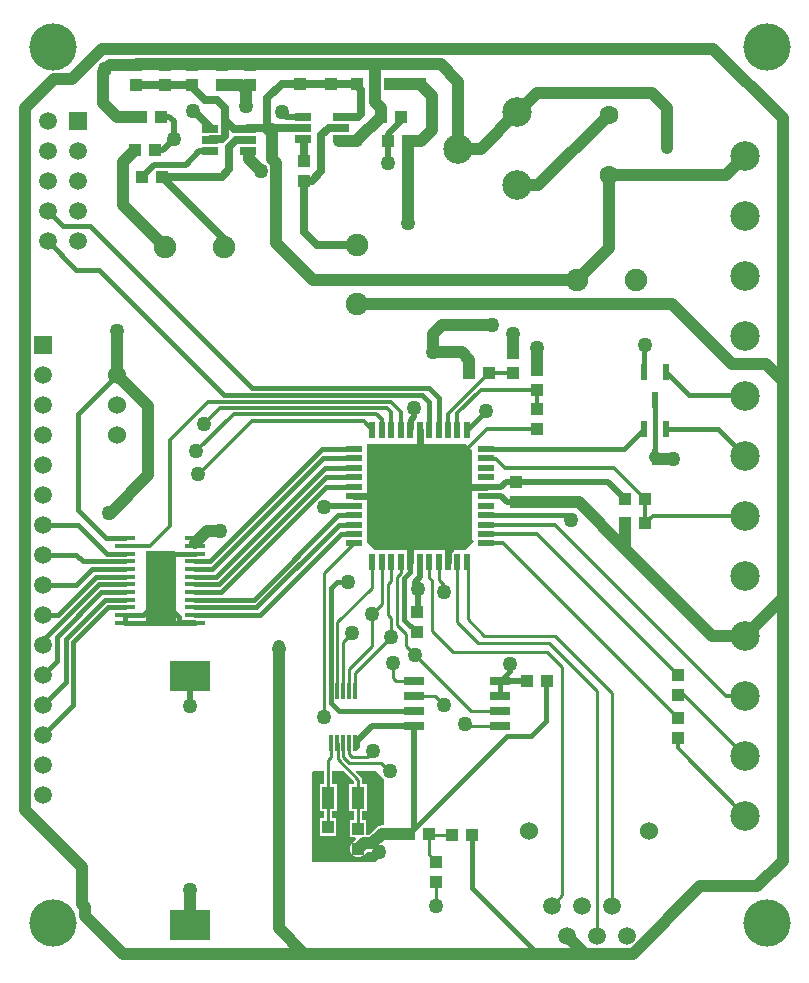
<source format=gtl>
%FSLAX44Y44*%
%MOMM*%
G71*
G01*
G75*
G04 Layer_Physical_Order=1*
G04 Layer_Color=255*
%ADD10R,1.4000X0.6500*%
%ADD11R,1.7800X0.4200*%
%ADD12R,1.0000X1.1000*%
%ADD13R,1.1000X1.0000*%
%ADD14R,0.3000X1.4000*%
%ADD15R,1.1000X1.9000*%
%ADD16R,0.6000X1.4000*%
%ADD17R,1.4500X0.5500*%
%ADD18R,0.5500X1.4500*%
%ADD19R,1.7000X0.6500*%
%ADD20R,0.8000X0.8000*%
%ADD21R,3.5000X2.6000*%
%ADD22C,1.0000*%
%ADD23C,0.2540*%
%ADD24C,0.3000*%
%ADD25C,0.7000*%
%ADD26C,0.4000*%
%ADD27C,0.5000*%
%ADD28C,0.6000*%
%ADD29C,4.0000*%
%ADD30R,1.5000X1.5000*%
%ADD31C,1.5000*%
%ADD32C,2.5000*%
%ADD33C,1.5240*%
%ADD34C,1.9000*%
%ADD35C,1.6000*%
%ADD36C,1.2700*%
G36*
X318164Y168297D02*
X318216Y168169D01*
X319555Y166425D01*
X320430Y165753D01*
Y164760D01*
Y126101D01*
X319040D01*
X317213Y125860D01*
X315510Y125155D01*
X314048Y124032D01*
X307916Y117900D01*
X305840D01*
Y130840D01*
X302174D01*
Y138020D01*
X306140D01*
Y161020D01*
X301974D01*
Y164760D01*
X301721Y166036D01*
X300998Y167118D01*
X296909Y171207D01*
X297395Y172380D01*
X314080D01*
X318164Y168297D01*
D02*
G37*
G36*
X295306Y163379D02*
Y161020D01*
X291140D01*
Y138020D01*
X295506D01*
Y130840D01*
X291840D01*
Y115840D01*
X296559D01*
X297085Y114570D01*
X293848Y111333D01*
X292726Y109870D01*
X292020Y108167D01*
X291780Y106340D01*
X292020Y104513D01*
X292726Y102810D01*
X293848Y101348D01*
X295310Y100226D01*
X297013Y99520D01*
X298840Y99280D01*
X300667Y99520D01*
X302370Y100226D01*
X303833Y101348D01*
X306265Y103780D01*
X310840D01*
X312668Y104020D01*
X314370Y104726D01*
X315833Y105848D01*
X319257Y109272D01*
X320430Y108786D01*
Y102530D01*
X316620Y98720D01*
X312810Y94910D01*
X259470D01*
Y171110D01*
X260740Y172380D01*
X270306D01*
Y161020D01*
X266140D01*
Y138020D01*
X270306D01*
Y132110D01*
X266440D01*
Y117110D01*
X280440D01*
Y132110D01*
X276974D01*
Y138020D01*
X281140D01*
Y161020D01*
X276974D01*
Y172380D01*
X286305D01*
X295306Y163379D01*
D02*
G37*
G36*
X395360Y444160D02*
Y442890D01*
Y367960D01*
X396630Y366690D01*
X389010Y359070D01*
X312810D01*
X306460Y365420D01*
Y449240D01*
X390280D01*
X395360Y444160D01*
D02*
G37*
G36*
X145000Y357082D02*
Y295205D01*
X119000D01*
Y358000D01*
X144150D01*
X145000Y357082D01*
D02*
G37*
D10*
X205210Y696810D02*
D03*
Y706310D02*
D03*
Y715810D02*
D03*
X173710Y706310D02*
D03*
Y696810D02*
D03*
Y715810D02*
D03*
X283970Y707050D02*
D03*
Y716550D02*
D03*
Y726050D02*
D03*
X252470Y716550D02*
D03*
Y707050D02*
D03*
Y726050D02*
D03*
D11*
X101010Y369230D02*
D03*
Y362730D02*
D03*
Y356230D02*
D03*
Y349730D02*
D03*
Y343230D02*
D03*
Y336730D02*
D03*
Y330230D02*
D03*
Y323730D02*
D03*
Y317230D02*
D03*
Y310730D02*
D03*
Y304230D02*
D03*
Y297730D02*
D03*
X160410Y369230D02*
D03*
Y362730D02*
D03*
Y356230D02*
D03*
Y349730D02*
D03*
Y343230D02*
D03*
Y336730D02*
D03*
Y330230D02*
D03*
Y323730D02*
D03*
Y317230D02*
D03*
Y310730D02*
D03*
Y304230D02*
D03*
Y297730D02*
D03*
D12*
X569350Y253660D02*
D03*
Y236660D02*
D03*
Y216830D02*
D03*
Y199830D02*
D03*
X364880Y95400D02*
D03*
Y78400D02*
D03*
X348370Y307000D02*
D03*
Y290000D02*
D03*
X449970Y461940D02*
D03*
Y478940D02*
D03*
Y494960D02*
D03*
Y511960D02*
D03*
X429650Y508930D02*
D03*
Y525930D02*
D03*
X432190Y399710D02*
D03*
Y416710D02*
D03*
X207380Y752690D02*
D03*
Y769690D02*
D03*
X183250Y752690D02*
D03*
Y769690D02*
D03*
X157850Y752690D02*
D03*
Y769690D02*
D03*
X134990Y752690D02*
D03*
Y769690D02*
D03*
X110860Y752690D02*
D03*
Y769690D02*
D03*
X249330Y753960D02*
D03*
Y770960D02*
D03*
X276000Y753960D02*
D03*
Y770960D02*
D03*
X297570Y753960D02*
D03*
Y770960D02*
D03*
X325530Y753960D02*
D03*
Y770960D02*
D03*
X350930Y753960D02*
D03*
Y770960D02*
D03*
X253120Y671490D02*
D03*
Y688490D02*
D03*
X273440Y107610D02*
D03*
Y124610D02*
D03*
X298840Y106340D02*
D03*
Y123340D02*
D03*
D13*
X378360Y118260D02*
D03*
X395360D02*
D03*
X342020Y119040D02*
D03*
X359020D02*
D03*
X392820Y508930D02*
D03*
X409820D02*
D03*
X524900Y402250D02*
D03*
X541900D02*
D03*
X524900Y381930D02*
D03*
X541900D02*
D03*
X458860Y248580D02*
D03*
X441860D02*
D03*
X109610Y698160D02*
D03*
X126610D02*
D03*
X114670Y726020D02*
D03*
X131670D02*
D03*
X340750Y705780D02*
D03*
X323750D02*
D03*
X317890Y726100D02*
D03*
X334890D02*
D03*
X132470Y675300D02*
D03*
X115470D02*
D03*
D14*
X296140Y240100D02*
D03*
X291140D02*
D03*
X286140D02*
D03*
X281140D02*
D03*
X276140D02*
D03*
X296140Y196100D02*
D03*
X291140D02*
D03*
X286140D02*
D03*
X281140D02*
D03*
X276140D02*
D03*
D15*
X298640Y149520D02*
D03*
X273640D02*
D03*
D16*
X559800Y510070D02*
D03*
X540800D02*
D03*
X550300Y486070D02*
D03*
X559800Y461810D02*
D03*
X540800D02*
D03*
X550300Y437810D02*
D03*
D17*
X294910Y444790D02*
D03*
Y436790D02*
D03*
Y428790D02*
D03*
Y420790D02*
D03*
Y412790D02*
D03*
Y404790D02*
D03*
Y396790D02*
D03*
Y388790D02*
D03*
Y380790D02*
D03*
Y372790D02*
D03*
Y364790D02*
D03*
X406910D02*
D03*
Y372790D02*
D03*
Y380790D02*
D03*
Y388790D02*
D03*
Y396790D02*
D03*
Y404790D02*
D03*
Y412790D02*
D03*
Y420790D02*
D03*
Y428790D02*
D03*
Y436790D02*
D03*
Y444790D02*
D03*
D18*
X310910Y348790D02*
D03*
X318910D02*
D03*
X326910D02*
D03*
X334910D02*
D03*
X342910D02*
D03*
X350910D02*
D03*
X358910D02*
D03*
X366910D02*
D03*
X374910D02*
D03*
X382910D02*
D03*
X390910D02*
D03*
Y460790D02*
D03*
X382910D02*
D03*
X374910D02*
D03*
X366910D02*
D03*
X358910D02*
D03*
X350910D02*
D03*
X342910D02*
D03*
X334910D02*
D03*
X326910D02*
D03*
X318910D02*
D03*
X310910D02*
D03*
D19*
X345830Y248580D02*
D03*
Y235880D02*
D03*
Y223180D02*
D03*
Y210480D02*
D03*
X418830Y248580D02*
D03*
Y235880D02*
D03*
Y223180D02*
D03*
Y210480D02*
D03*
D20*
X560460Y676930D02*
D03*
Y699430D02*
D03*
D21*
X156600Y252390D02*
D03*
Y41390D02*
D03*
D22*
Y71000D01*
X369960Y549570D02*
X411870D01*
X362340Y541950D02*
X369960Y549570D01*
X362340Y526710D02*
Y541950D01*
X392820Y508930D02*
Y520360D01*
X386470Y526710D02*
X392820Y520360D01*
X362340Y526710D02*
X386470D01*
X160410Y365330D02*
X170660Y375580D01*
X182000D01*
X121040Y422570D02*
Y480990D01*
X89290Y390820D02*
X121040Y422570D01*
X88020Y390820D02*
X89290D01*
X94370Y507660D02*
X121040Y480990D01*
X625840Y490540D02*
X626500Y489880D01*
X550300Y437810D02*
X551570Y436540D01*
X565540D01*
X432190Y399710D02*
X485530D01*
X524900Y360340D01*
X598560Y286680D02*
X620150D01*
X524900Y360340D02*
Y381930D01*
Y360340D02*
X598560Y286680D01*
X449970Y511960D02*
Y530520D01*
X429650Y525930D02*
Y541950D01*
X298840Y106340D02*
X303340Y110840D01*
X310840D01*
X319040Y119040D01*
X342020D01*
X490660Y17440D02*
X531486D01*
X451240D02*
X490660D01*
X491363D01*
X475420Y32680D02*
X490660Y17440D01*
X253120D02*
X451240D01*
X231530Y275250D02*
Y277790D01*
Y39030D02*
Y275250D01*
X99450Y17440D02*
X253120D01*
X231530Y39030D02*
X253120Y17440D01*
X658250Y502580D02*
Y724830D01*
Y318430D02*
Y502580D01*
X599620Y783460D02*
X658250Y724830D01*
X82050Y783460D02*
X599620D01*
X56440Y757850D02*
X82050Y783460D01*
X41030Y757850D02*
X56440D01*
X16900Y733720D02*
X41030Y757850D01*
X16900Y139360D02*
Y733720D01*
Y139360D02*
X65160Y91100D01*
Y59594D02*
Y91100D01*
Y59594D02*
X67550Y57204D01*
Y49340D02*
Y57204D01*
Y49340D02*
X99450Y17440D01*
X531486D02*
X588636Y74590D01*
X636660D01*
X658250Y96180D01*
Y318430D01*
X626500Y286680D02*
X658250Y318430D01*
X644280Y516550D02*
X658250Y502580D01*
X615070Y516550D02*
X644280D01*
X564270Y567350D02*
X615070Y516550D01*
X297570Y567350D02*
X564270D01*
X94370Y507660D02*
Y544490D01*
X206130Y690540D02*
X216290Y680380D01*
X206130Y690540D02*
Y695140D01*
X298840Y707050D02*
X317890Y726100D01*
X312810Y738800D02*
Y770550D01*
Y738800D02*
X317890Y733720D01*
Y726100D02*
Y733720D01*
X361070Y714670D02*
Y743820D01*
X352180Y705780D02*
X361070Y714670D01*
X340750Y705780D02*
X352180D01*
X325530Y753960D02*
X350930D01*
X361070Y743820D01*
X340750Y635930D02*
Y705780D01*
X203590Y734990D02*
Y748900D01*
X221791Y716550D02*
X225790Y712551D01*
X221781Y716560D02*
X221791Y716550D01*
X225790Y712551D02*
Y715280D01*
X99450Y651170D02*
Y688000D01*
Y651170D02*
X135010Y615610D01*
X199800Y752690D02*
X203590Y748900D01*
X183250Y752690D02*
X199800D01*
X225790Y690410D02*
Y712551D01*
Y690410D02*
X229640Y686560D01*
Y618770D02*
Y686560D01*
Y618770D02*
X260740Y587670D01*
X483790D01*
X99450Y688000D02*
X109610Y698160D01*
X82940Y737530D02*
Y764200D01*
X433460Y729910D02*
X449970Y746420D01*
X547760D01*
X560460Y733720D01*
Y699430D02*
Y733720D01*
X451470Y667910D02*
X510930Y727370D01*
X433460Y667910D02*
X451470D01*
X510930Y676570D02*
X609990D01*
X626500Y693080D01*
X510930Y614810D02*
Y676570D01*
X483790Y587670D02*
X510930Y614810D01*
X94450Y726020D02*
X114670D01*
X82940Y737530D02*
X94450Y726020D01*
X88430Y769690D02*
X110860D01*
X368690Y770550D02*
X383460Y755780D01*
Y698910D02*
Y755780D01*
X402460Y698910D02*
X433460Y729910D01*
X383460Y698910D02*
X402460D01*
X111720Y770550D02*
X312810D01*
X282700Y705780D02*
X297570D01*
X312810Y770550D02*
X368690D01*
D23*
X471560Y66920D02*
Y260010D01*
X462720Y58080D02*
X471560Y66920D01*
X358910Y335830D02*
X361070Y333670D01*
Y290490D02*
Y333670D01*
Y290490D02*
X378850Y272710D01*
X371230Y323510D02*
Y329860D01*
X382910Y297860D02*
Y348790D01*
X366910Y334180D02*
X371230Y329860D01*
X358910Y335830D02*
Y348790D01*
X331860Y295570D02*
Y336710D01*
Y295570D02*
X339480Y287950D01*
X331860Y336710D02*
X334910Y339760D01*
Y348790D01*
X326910Y332978D02*
Y348790D01*
X324240Y330308D02*
X326910Y332978D01*
X324240Y304023D02*
Y330308D01*
X318910Y313350D02*
Y348790D01*
X324240Y304023D02*
X326910Y301353D01*
Y285540D02*
Y301353D01*
X298640Y149520D02*
X298840Y149320D01*
Y123340D02*
Y149320D01*
X273440Y124610D02*
X273640Y124810D01*
Y149520D01*
X298640D02*
X298640Y149520D01*
Y164760D01*
X364880Y78400D02*
X364880Y78400D01*
Y58080D02*
Y78400D01*
X269630Y218100D02*
Y339510D01*
X294270Y364150D01*
X390910Y348790D02*
X391550Y348150D01*
Y300650D02*
Y348150D01*
Y300650D02*
X405520Y286680D01*
X465210D01*
X513520Y238370D01*
Y58080D02*
Y238370D01*
X366910Y334180D02*
Y348790D01*
X328050Y251120D02*
Y263820D01*
Y251120D02*
X330590Y248580D01*
X345830D01*
X382910Y297860D02*
X400440Y280330D01*
X460130D01*
X500820Y239640D01*
Y32680D02*
Y239640D01*
X378850Y272710D02*
X458860D01*
X471560Y260010D01*
X358530Y118260D02*
X378360D01*
X358530Y101750D02*
Y118260D01*
Y101750D02*
X364880Y95400D01*
X317890Y178730D02*
X324875Y171745D01*
X347100Y270170D02*
X394090Y223180D01*
X339480Y277790D02*
X347100Y270170D01*
X286140Y281600D02*
X293760Y289220D01*
X286140Y240100D02*
Y281600D01*
X339480Y277790D02*
Y287950D01*
X394090Y223180D02*
X418830D01*
X363610Y235880D02*
X371230Y228260D01*
X345830Y235880D02*
X363610D01*
X310270Y304710D02*
X318910Y313350D01*
X310270Y277790D02*
Y304710D01*
X291140Y258660D02*
X310270Y277790D01*
X389010Y211750D02*
X390280Y210480D01*
X418830D01*
X281140Y298190D02*
X310270Y327320D01*
X281140Y240100D02*
Y298190D01*
X310270Y327320D02*
Y348150D01*
X296140Y254770D02*
X326910Y285540D01*
X296140Y240100D02*
Y254770D01*
X291140Y240100D02*
Y258660D01*
X306460Y183810D02*
X311540Y188890D01*
X293760Y183810D02*
X306460D01*
X291140Y186430D02*
X293760Y183810D01*
X291140Y186430D02*
Y196100D01*
X286140Y183681D02*
Y196100D01*
Y183681D02*
X291091Y178730D01*
X317890D01*
X276140Y183970D02*
Y196100D01*
X273640Y181470D02*
X276140Y183970D01*
X273640Y149520D02*
Y181470D01*
X281140Y196100D02*
X281370Y195870D01*
Y182030D02*
Y195870D01*
Y182030D02*
X298640Y164760D01*
D24*
X122160Y362730D02*
X139355Y379925D01*
Y452085D02*
X171840Y484570D01*
X139355Y379925D02*
Y452085D01*
X350910Y404790D02*
X408060Y461940D01*
X318910Y460790D02*
Y469810D01*
X314080Y474640D02*
X318910Y469810D01*
X193430Y474640D02*
X314080D01*
X326710Y484640D02*
X334910Y476440D01*
X323050Y479640D02*
X326910Y475780D01*
X191359Y479640D02*
X323050D01*
X189288Y484640D02*
X326710D01*
X171840Y484570D02*
X189218D01*
X189288Y484640D01*
X191289Y479570D02*
X191359Y479640D01*
X181850Y479570D02*
X191289D01*
X161680Y442890D02*
X193430Y474640D01*
X303410Y468290D02*
X310910Y460790D01*
X208670Y468290D02*
X303410D01*
X164220Y423840D02*
X208670Y468290D01*
X162950Y423840D02*
X164220D01*
X326910Y460790D02*
Y475780D01*
X168030Y465750D02*
X181850Y479570D01*
X101010Y362730D02*
X122160D01*
X334910Y460790D02*
Y476440D01*
X449970Y478940D02*
Y494960D01*
X402980D02*
X449970D01*
X423300Y428920D02*
X515230D01*
X415680Y436540D02*
X423300Y428920D01*
X515230D02*
X541900Y402250D01*
X408730Y436540D02*
X415680D01*
X541900Y381930D02*
Y402250D01*
Y381930D02*
X548250Y388280D01*
X626500D01*
X406910Y380790D02*
X465080D01*
X609990Y235880D01*
X626500D01*
X406910Y372790D02*
X450220D01*
X569350Y253660D01*
X406910Y364790D02*
X421390D01*
X569350Y216830D01*
X574920Y236660D02*
X626500Y185080D01*
X569350Y236660D02*
X574920D01*
X569350Y191430D02*
Y199830D01*
Y191430D02*
X626500Y134280D01*
X408060Y461940D02*
X449970D01*
X382910Y460790D02*
Y474890D01*
X402980Y494960D01*
X374910Y460790D02*
Y474020D01*
X409820Y508930D01*
X429650D01*
D25*
X159140Y731180D02*
X159680D01*
X174380Y716480D01*
X168880Y740490D02*
X179289D01*
X157850Y751520D02*
X168880Y740490D01*
X264080Y617350D02*
X297570D01*
X253120Y628310D02*
X264080Y617350D01*
X253120Y628310D02*
Y671490D01*
X174460Y707060D02*
X183252D01*
X186210Y710018D01*
Y723120D01*
X186230Y723140D01*
X132470Y675300D02*
X185010Y622760D01*
X276000Y753960D02*
X296380D01*
X301400Y748940D01*
Y728660D02*
Y748940D01*
X259470Y671490D02*
X267700Y679720D01*
X253120Y671490D02*
X259470D01*
X267700Y679720D02*
Y710200D01*
X274050Y716550D01*
X283970D01*
X221781Y716560D02*
Y741751D01*
X233990Y753960D01*
X249330D01*
X252470Y707050D02*
X253120Y706400D01*
Y688490D02*
Y706400D01*
X249330Y753960D02*
X276000D01*
X205210Y716560D02*
X221781D01*
X283970Y726050D02*
X298790D01*
X301400Y728660D01*
X221791Y716550D02*
X252470D01*
X193560Y715810D02*
X205210D01*
X157850Y751520D02*
Y752690D01*
X179289Y740490D02*
X186230Y733549D01*
Y723140D02*
Y733549D01*
Y723140D02*
X193560Y715810D01*
X134990Y752690D02*
X157850D01*
X110860D02*
X134990D01*
X195230Y706310D02*
X205210D01*
X189620Y700700D02*
X195230Y706310D01*
X189620Y681650D02*
Y700700D01*
X183270Y675300D02*
X189620Y681650D01*
X132470Y675300D02*
X183270D01*
D26*
X345830Y122850D02*
X424570Y201590D01*
X342020Y119040D02*
X345830Y122850D01*
X457870Y248580D02*
X458860D01*
X444890Y201590D02*
X457870Y214570D01*
X424570Y201590D02*
X444890D01*
X338020Y300350D02*
Y335417D01*
Y300350D02*
X348370Y290000D01*
X338020Y335417D02*
X342910Y340307D01*
Y348790D01*
X474860Y388790D02*
X479180Y384470D01*
X406910Y388790D02*
X474860D01*
X353190Y490140D02*
X358910Y484420D01*
X187010Y490140D02*
X353190D01*
X186940Y490070D02*
X187010Y490140D01*
X185620Y490070D02*
X186940D01*
X61350Y474640D02*
X94370Y507660D01*
X61350Y393360D02*
Y474640D01*
Y393360D02*
X85480Y369230D01*
X101010D01*
X208670Y496230D02*
X358530D01*
X366910Y487850D01*
X131200Y343830D02*
Y353990D01*
Y318430D02*
Y343830D01*
X132180Y303100D02*
X139355Y310275D01*
X126810Y297730D02*
X132180Y303100D01*
X137550Y297730D02*
X160410D01*
X126810D02*
X137550D01*
X124100Y311330D02*
X131200Y318430D01*
X117000Y304230D02*
X124100Y311330D01*
X132180Y303100D02*
X137550Y297730D01*
X124100Y311180D02*
X132180Y303100D01*
X124100Y311180D02*
Y311330D01*
X139355Y310275D02*
X147510Y302120D01*
X131200Y318430D02*
X139355Y310275D01*
X101010Y297730D02*
X126810D01*
X160010Y298130D02*
X160410Y297730D01*
X147510Y298130D02*
X160010D01*
X147510D02*
Y302120D01*
X101010Y304230D02*
X117000D01*
X131200Y353990D02*
X133440Y356230D01*
X160410D01*
X101010Y297730D02*
Y304230D01*
X32140Y202860D02*
X57540Y228260D01*
Y281600D01*
X86670Y310730D01*
X101010D01*
X84280Y317230D02*
X101010D01*
X51190Y284140D02*
X84280Y317230D01*
X51190Y247310D02*
Y284140D01*
X32140Y228260D02*
X51190Y247310D01*
X32140Y253660D02*
X43570Y265090D01*
Y274157D01*
X43640Y274227D01*
Y285885D01*
X81265Y323510D01*
X100790D01*
X101010Y323730D01*
X32140Y279060D02*
Y282870D01*
X79500Y330230D01*
X101010D01*
X77110Y336730D02*
X101010D01*
X44840Y304460D02*
X77110Y336730D01*
X32140Y304460D02*
X44840D01*
X73450Y343230D02*
X101010D01*
X60080Y329860D02*
X73450Y343230D01*
X32140Y329860D02*
X60080D01*
X32140Y355260D02*
X60080D01*
X65610Y349730D01*
X101010D01*
X85780Y356230D02*
X101010D01*
X61350Y380660D02*
X85780Y356230D01*
X32140Y380660D02*
X61350D01*
X160410Y349730D02*
X173165D01*
X268225Y444790D01*
X294910D01*
X268710Y436790D02*
X294910D01*
X175150Y343230D02*
X268710Y436790D01*
X160410Y343230D02*
X175150D01*
X160410Y330230D02*
X180695D01*
X271255Y420790D01*
X178710Y336730D02*
X270770Y428790D01*
X160410Y336730D02*
X178710D01*
X160410Y323730D02*
X182680D01*
X271741Y412790D01*
X294910D01*
X271255Y420790D02*
X294910D01*
X270770Y428790D02*
X294910D01*
X160410Y317230D02*
X210415D01*
X281975Y388790D01*
X294910D01*
X282460Y380790D02*
X294910D01*
X212400Y310730D02*
X282460Y380790D01*
X160410Y310730D02*
X212400D01*
X160410Y304230D02*
X216060D01*
X284620Y372790D01*
X294910D01*
X366910Y460790D02*
Y487850D01*
X71510Y633390D02*
X208670Y496230D01*
X48650Y633390D02*
X71510D01*
X35950Y646090D02*
X48650Y633390D01*
X35950Y620690D02*
X60080Y596560D01*
X79130D01*
X185620Y490070D01*
X358910Y460790D02*
Y484420D01*
X406790Y476670D02*
Y477180D01*
X390910Y460790D02*
X406790Y476670D01*
X540800Y527980D02*
Y529860D01*
Y510070D02*
Y527980D01*
X540140Y530520D02*
X540800Y529860D01*
X550300Y437810D02*
Y486070D01*
X579330Y490540D02*
X625840D01*
X559800Y510070D02*
X579330Y490540D01*
X603770Y461810D02*
X626500Y439080D01*
X559800Y461810D02*
X603770D01*
X523780Y444790D02*
X540800Y461810D01*
X406910Y444790D02*
X523780D01*
X395360Y73320D02*
Y118260D01*
Y73320D02*
X451240Y17440D01*
X418830Y235880D02*
Y248580D01*
X275640Y229370D02*
Y240100D01*
X276140Y229370D02*
X282330Y223180D01*
X345830D01*
X275400Y240340D02*
X275640Y240100D01*
X275400Y240340D02*
Y327320D01*
X280480Y332400D01*
X289950D01*
X457870Y214570D02*
Y248580D01*
X418830D02*
X427110Y256860D01*
Y263000D01*
D27*
X345830Y122850D02*
Y210480D01*
X349640Y308270D02*
Y326050D01*
X348370Y307000D02*
X349640Y308270D01*
X347100Y332400D02*
X350910Y336210D01*
X342910Y460790D02*
X343410Y461290D01*
Y469654D02*
X345830Y472074D01*
X343410Y461290D02*
Y469654D01*
X345830Y472074D02*
Y479720D01*
X620150Y286680D02*
X626500D01*
X510440Y416710D02*
X524900Y402250D01*
X432190Y416710D02*
X510440D01*
X347100Y328590D02*
Y332400D01*
X310520Y210480D02*
X345830D01*
X297570Y197530D02*
X310520Y210480D01*
X185010Y615610D02*
Y622760D01*
X334890Y722780D02*
Y726100D01*
X323750Y711640D02*
X334890Y722780D01*
X323750Y705780D02*
Y711640D01*
Y705780D02*
X324240Y705290D01*
Y686730D02*
Y705290D01*
X234070Y729910D02*
X237930Y726050D01*
X252470D01*
X126610Y698160D02*
X133740D01*
X142630Y707050D01*
Y722290D01*
X138900Y726020D02*
X142630Y722290D01*
X131670Y726020D02*
X138900D01*
X164140Y696810D02*
X173710D01*
X152790Y685460D02*
X164140Y696810D01*
X125630Y685460D02*
X152790D01*
X115470Y675300D02*
X125630Y685460D01*
X350910Y336210D02*
Y348790D01*
X418830Y248580D02*
X441860D01*
X270520Y396790D02*
X294910D01*
X406910Y404790D02*
X419490D01*
X424570Y399710D01*
X432190D01*
X406910Y412790D02*
X419870D01*
X423790Y416710D01*
X432190D01*
X156600Y226990D02*
Y252390D01*
X297570Y192700D02*
Y197530D01*
D28*
X374910Y348790D02*
X375160Y349040D01*
Y358111D01*
X376310Y359261D01*
Y379390D01*
X350910Y404790D02*
X376310Y379390D01*
X342910Y348790D02*
Y367580D01*
X350910Y375580D01*
Y404790D01*
X372880Y412790D02*
X406910D01*
X364880Y404790D02*
X372880Y412790D01*
X350910Y404790D02*
X364880D01*
X294910Y404790D02*
X294910Y404790D01*
X350910D01*
Y460790D01*
D29*
X40550Y43630D02*
D03*
Y785000D02*
D03*
X644760Y43630D02*
D03*
X644760Y785000D02*
D03*
D30*
X32140Y533060D02*
D03*
X61350Y722290D02*
D03*
D31*
X32140Y507660D02*
D03*
Y482260D02*
D03*
Y456860D02*
D03*
Y431460D02*
D03*
Y406060D02*
D03*
Y380660D02*
D03*
Y355260D02*
D03*
Y329860D02*
D03*
Y304460D02*
D03*
Y279060D02*
D03*
Y253660D02*
D03*
Y228260D02*
D03*
Y202860D02*
D03*
Y177460D02*
D03*
Y152060D02*
D03*
X35950Y620690D02*
D03*
X61350D02*
D03*
X35950Y646090D02*
D03*
X61350D02*
D03*
X35950Y671490D02*
D03*
X61350D02*
D03*
X35950Y696890D02*
D03*
X61350D02*
D03*
X35950Y722290D02*
D03*
X500820Y32680D02*
D03*
X488120Y58080D02*
D03*
X475420Y32680D02*
D03*
X462720Y58080D02*
D03*
X513520D02*
D03*
X526220Y32680D02*
D03*
D32*
X433460Y729910D02*
D03*
Y667910D02*
D03*
X383460Y698910D02*
D03*
X626500Y693080D02*
D03*
Y642280D02*
D03*
Y591480D02*
D03*
Y540680D02*
D03*
Y489880D02*
D03*
Y439080D02*
D03*
Y388280D02*
D03*
Y337480D02*
D03*
Y286680D02*
D03*
Y235880D02*
D03*
Y185080D02*
D03*
Y134280D02*
D03*
D33*
X94370Y456860D02*
D03*
Y482260D02*
D03*
Y507660D02*
D03*
X545220Y121580D02*
D03*
X443620D02*
D03*
D34*
X483790Y587670D02*
D03*
X533790D02*
D03*
X135010Y615610D02*
D03*
X185010D02*
D03*
X297570Y567350D02*
D03*
Y617350D02*
D03*
D35*
X510930Y676570D02*
D03*
Y727370D02*
D03*
D36*
X156600Y71000D02*
D03*
X364880Y438000D02*
D03*
X327700Y428000D02*
D03*
X361000Y371868D02*
D03*
X411870Y549570D02*
D03*
X159140Y731180D02*
D03*
X541410Y533060D02*
D03*
X371230Y323510D02*
D03*
X349640Y326050D02*
D03*
X362340Y526710D02*
D03*
X479180Y384470D02*
D03*
X182000Y375580D02*
D03*
X162950Y423840D02*
D03*
X161680Y442890D02*
D03*
X88020Y390820D02*
D03*
X168030Y465750D02*
D03*
X345830Y479720D02*
D03*
X131200Y343830D02*
D03*
X406790Y477180D02*
D03*
X565540Y436540D02*
D03*
X429650Y541950D02*
D03*
X449970Y530520D02*
D03*
X350910Y404790D02*
D03*
X316620Y103800D02*
D03*
X364880Y58080D02*
D03*
X231530Y275250D02*
D03*
X289950Y332400D02*
D03*
X269630Y218100D02*
D03*
X94370Y544490D02*
D03*
X340750Y635930D02*
D03*
X84210Y766740D02*
D03*
X234070Y729910D02*
D03*
X203590Y734990D02*
D03*
X324240Y686730D02*
D03*
X142630Y707050D02*
D03*
X216290Y680380D02*
D03*
X328050Y263820D02*
D03*
X156600Y226990D02*
D03*
X325510Y172380D02*
D03*
X311540Y188890D02*
D03*
X269630Y395900D02*
D03*
X347100Y270170D02*
D03*
X293760Y289220D02*
D03*
X310270Y304710D02*
D03*
X371230Y228260D02*
D03*
X326910Y285540D02*
D03*
X389010Y211750D02*
D03*
X427110Y263000D02*
D03*
M02*

</source>
